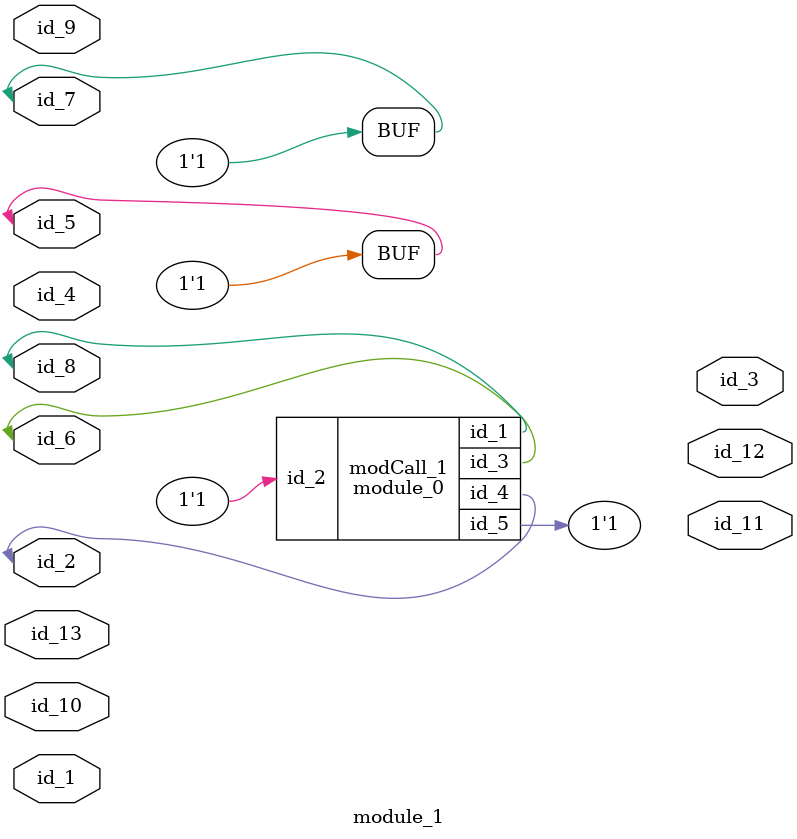
<source format=v>
module module_0 (
    id_1,
    id_2,
    id_3,
    id_4,
    id_5
);
  output wire id_5;
  inout wire id_4;
  inout wire id_3;
  input wire id_2;
  output wire id_1;
  initial id_5 = id_2[1];
  wire id_6;
  assign id_5[1] = 1 - 1;
endmodule
module module_1 (
    id_1,
    id_2,
    id_3,
    id_4,
    id_5,
    id_6,
    id_7,
    id_8,
    id_9,
    id_10,
    id_11,
    id_12,
    id_13
);
  input wire id_13;
  output wire id_12;
  output wire id_11;
  inout wire id_10;
  input wire id_9;
  inout wire id_8;
  inout wire id_7;
  inout wire id_6;
  inout wire id_5;
  input wire id_4;
  output wire id_3;
  inout wire id_2;
  input wire id_1;
  assign id_5[1/1'b0] = 1;
  wire id_14;
  module_0 modCall_1 (
      id_8,
      id_5,
      id_6,
      id_2,
      id_5
  );
  assign id_5 = id_7;
endmodule

</source>
